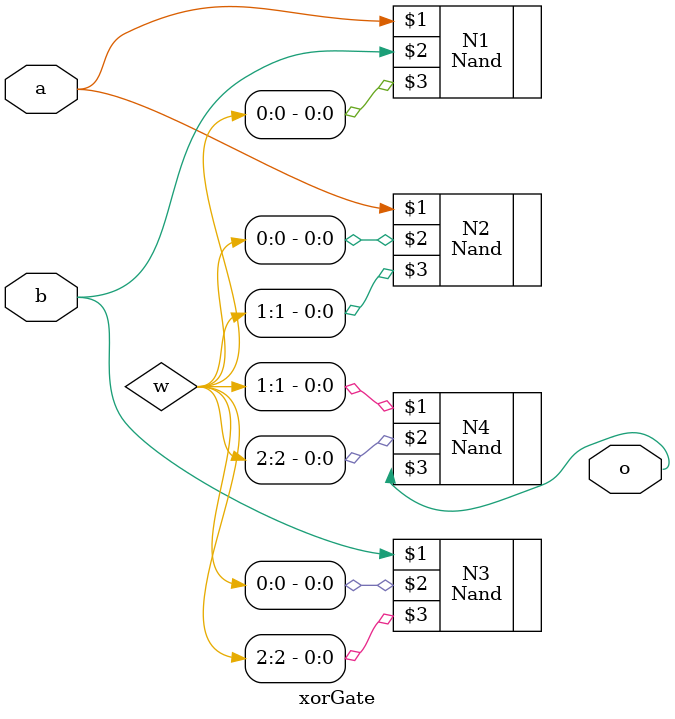
<source format=v>
`timescale 1ns / 1ps

`include "../include/Nand.v"

module xorGate(
    input a,
    input b,
    output o
    );

wire [2:0] w;

Nand N1(a, b, w[0]);
Nand N2(a, w[0], w[1]);
Nand N3(b, w[0], w[2]);
Nand N4(w[1], w[2], o);

endmodule

</source>
